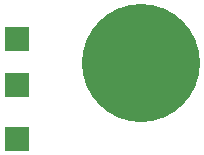
<source format=gtp>
G04*
G04 #@! TF.GenerationSoftware,Altium Limited,Altium Designer,21.2.2 (38)*
G04*
G04 Layer_Color=8421504*
%FSLAX44Y44*%
%MOMM*%
G71*
G04*
G04 #@! TF.SameCoordinates,38469D2A-1F5E-4814-807B-87B784357471*
G04*
G04*
G04 #@! TF.FilePolarity,Positive*
G04*
G01*
G75*
%ADD10R,2.0000X2.0000*%
%ADD11C,10.0000*%
D10*
X-105000Y-19000D02*
D03*
Y-65000D02*
D03*
Y20000D02*
D03*
D11*
X0Y0D02*
D03*
M02*

</source>
